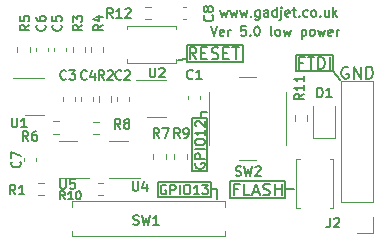
<source format=gbr>
%TF.GenerationSoftware,KiCad,Pcbnew,(6.0.0)*%
%TF.CreationDate,2022-03-02T17:10:44+00:00*%
%TF.ProjectId,Window sensor V5,57696e64-6f77-4207-9365-6e736f722056,rev?*%
%TF.SameCoordinates,Original*%
%TF.FileFunction,Legend,Top*%
%TF.FilePolarity,Positive*%
%FSLAX46Y46*%
G04 Gerber Fmt 4.6, Leading zero omitted, Abs format (unit mm)*
G04 Created by KiCad (PCBNEW (6.0.0)) date 2022-03-02 17:10:44*
%MOMM*%
%LPD*%
G01*
G04 APERTURE LIST*
%ADD10C,0.150000*%
%ADD11C,0.120000*%
G04 APERTURE END LIST*
D10*
X135356600Y-73482200D02*
X135763000Y-73482200D01*
X128549400Y-84886800D02*
X128549400Y-83667600D01*
X132207000Y-77698600D02*
X132740400Y-77698600D01*
X134645400Y-84988400D02*
X134645400Y-83540600D01*
X131495800Y-82702400D02*
X131495800Y-78206600D01*
X128600200Y-83667600D02*
X133070600Y-83667600D01*
X140284200Y-72872600D02*
X143357600Y-72872600D01*
X133070600Y-83667600D02*
X133070600Y-84886800D01*
X139319000Y-83540600D02*
X139319000Y-84988400D01*
X130251200Y-73329800D02*
X131038600Y-73228200D01*
X131038600Y-72034400D02*
X131038600Y-73482200D01*
X143357600Y-74295000D02*
X140284200Y-74295000D01*
X132207000Y-78193900D02*
X132207000Y-77698600D01*
X143357600Y-74295000D02*
X143967200Y-75031600D01*
X143357600Y-72872600D02*
X143357600Y-74295000D01*
X131038600Y-73482200D02*
X135356600Y-73482200D01*
X139319000Y-84226400D02*
X140106400Y-84226400D01*
X133578600Y-84277200D02*
X133578600Y-85090000D01*
X139319000Y-84988400D02*
X134645400Y-84988400D01*
X133096000Y-84277200D02*
X133578600Y-84277200D01*
X132715000Y-82702400D02*
X132715000Y-78257400D01*
X133070600Y-84886800D02*
X128549400Y-84886800D01*
X135763000Y-73482200D02*
X135763000Y-72034400D01*
X140284200Y-74295000D02*
X140284200Y-72872600D01*
X131495800Y-78206600D02*
X132715000Y-78206600D01*
X131495800Y-82702400D02*
X132715000Y-82702400D01*
X134645400Y-83540600D02*
X139319000Y-83540600D01*
X135763000Y-72034400D02*
X131038600Y-72034400D01*
X131756200Y-82054504D02*
X131718104Y-82130695D01*
X131718104Y-82244980D01*
X131756200Y-82359266D01*
X131832390Y-82435457D01*
X131908580Y-82473552D01*
X132060961Y-82511647D01*
X132175247Y-82511647D01*
X132327628Y-82473552D01*
X132403819Y-82435457D01*
X132480009Y-82359266D01*
X132518104Y-82244980D01*
X132518104Y-82168790D01*
X132480009Y-82054504D01*
X132441914Y-82016409D01*
X132175247Y-82016409D01*
X132175247Y-82168790D01*
X132518104Y-81673552D02*
X131718104Y-81673552D01*
X131718104Y-81368790D01*
X131756200Y-81292600D01*
X131794295Y-81254504D01*
X131870485Y-81216409D01*
X131984771Y-81216409D01*
X132060961Y-81254504D01*
X132099057Y-81292600D01*
X132137152Y-81368790D01*
X132137152Y-81673552D01*
X132518104Y-80873552D02*
X131718104Y-80873552D01*
X131718104Y-80340219D02*
X131718104Y-80187838D01*
X131756200Y-80111647D01*
X131832390Y-80035457D01*
X131984771Y-79997361D01*
X132251438Y-79997361D01*
X132403819Y-80035457D01*
X132480009Y-80111647D01*
X132518104Y-80187838D01*
X132518104Y-80340219D01*
X132480009Y-80416409D01*
X132403819Y-80492600D01*
X132251438Y-80530695D01*
X131984771Y-80530695D01*
X131832390Y-80492600D01*
X131756200Y-80416409D01*
X131718104Y-80340219D01*
X132518104Y-79235457D02*
X132518104Y-79692600D01*
X132518104Y-79464028D02*
X131718104Y-79464028D01*
X131832390Y-79540219D01*
X131908580Y-79616409D01*
X131946676Y-79692600D01*
X131794295Y-78930695D02*
X131756200Y-78892600D01*
X131718104Y-78816409D01*
X131718104Y-78625933D01*
X131756200Y-78549742D01*
X131794295Y-78511647D01*
X131870485Y-78473552D01*
X131946676Y-78473552D01*
X132060961Y-78511647D01*
X132518104Y-78968790D01*
X132518104Y-78473552D01*
X140857409Y-73563171D02*
X140524076Y-73563171D01*
X140524076Y-74086980D02*
X140524076Y-73086980D01*
X141000266Y-73086980D01*
X141238361Y-73086980D02*
X141809790Y-73086980D01*
X141524076Y-74086980D02*
X141524076Y-73086980D01*
X142143123Y-74086980D02*
X142143123Y-73086980D01*
X142381219Y-73086980D01*
X142524076Y-73134600D01*
X142619314Y-73229838D01*
X142666933Y-73325076D01*
X142714552Y-73515552D01*
X142714552Y-73658409D01*
X142666933Y-73848885D01*
X142619314Y-73944123D01*
X142524076Y-74039361D01*
X142381219Y-74086980D01*
X142143123Y-74086980D01*
X143143123Y-74086980D02*
X143143123Y-73086980D01*
X133033180Y-70478704D02*
X133299847Y-71278704D01*
X133566514Y-70478704D01*
X134137942Y-71240609D02*
X134061752Y-71278704D01*
X133909371Y-71278704D01*
X133833180Y-71240609D01*
X133795085Y-71164419D01*
X133795085Y-70859657D01*
X133833180Y-70783466D01*
X133909371Y-70745371D01*
X134061752Y-70745371D01*
X134137942Y-70783466D01*
X134176038Y-70859657D01*
X134176038Y-70935847D01*
X133795085Y-71012038D01*
X134518895Y-71278704D02*
X134518895Y-70745371D01*
X134518895Y-70897752D02*
X134556990Y-70821561D01*
X134595085Y-70783466D01*
X134671276Y-70745371D01*
X134747466Y-70745371D01*
X136004609Y-70478704D02*
X135623657Y-70478704D01*
X135585561Y-70859657D01*
X135623657Y-70821561D01*
X135699847Y-70783466D01*
X135890323Y-70783466D01*
X135966514Y-70821561D01*
X136004609Y-70859657D01*
X136042704Y-70935847D01*
X136042704Y-71126323D01*
X136004609Y-71202514D01*
X135966514Y-71240609D01*
X135890323Y-71278704D01*
X135699847Y-71278704D01*
X135623657Y-71240609D01*
X135585561Y-71202514D01*
X136385561Y-71202514D02*
X136423657Y-71240609D01*
X136385561Y-71278704D01*
X136347466Y-71240609D01*
X136385561Y-71202514D01*
X136385561Y-71278704D01*
X136918895Y-70478704D02*
X136995085Y-70478704D01*
X137071276Y-70516800D01*
X137109371Y-70554895D01*
X137147466Y-70631085D01*
X137185561Y-70783466D01*
X137185561Y-70973942D01*
X137147466Y-71126323D01*
X137109371Y-71202514D01*
X137071276Y-71240609D01*
X136995085Y-71278704D01*
X136918895Y-71278704D01*
X136842704Y-71240609D01*
X136804609Y-71202514D01*
X136766514Y-71126323D01*
X136728419Y-70973942D01*
X136728419Y-70783466D01*
X136766514Y-70631085D01*
X136804609Y-70554895D01*
X136842704Y-70516800D01*
X136918895Y-70478704D01*
X138252228Y-71278704D02*
X138176038Y-71240609D01*
X138137942Y-71164419D01*
X138137942Y-70478704D01*
X138671276Y-71278704D02*
X138595085Y-71240609D01*
X138556990Y-71202514D01*
X138518895Y-71126323D01*
X138518895Y-70897752D01*
X138556990Y-70821561D01*
X138595085Y-70783466D01*
X138671276Y-70745371D01*
X138785561Y-70745371D01*
X138861752Y-70783466D01*
X138899847Y-70821561D01*
X138937942Y-70897752D01*
X138937942Y-71126323D01*
X138899847Y-71202514D01*
X138861752Y-71240609D01*
X138785561Y-71278704D01*
X138671276Y-71278704D01*
X139204609Y-70745371D02*
X139356990Y-71278704D01*
X139509371Y-70897752D01*
X139661752Y-71278704D01*
X139814133Y-70745371D01*
X140728419Y-70745371D02*
X140728419Y-71545371D01*
X140728419Y-70783466D02*
X140804609Y-70745371D01*
X140956990Y-70745371D01*
X141033180Y-70783466D01*
X141071276Y-70821561D01*
X141109371Y-70897752D01*
X141109371Y-71126323D01*
X141071276Y-71202514D01*
X141033180Y-71240609D01*
X140956990Y-71278704D01*
X140804609Y-71278704D01*
X140728419Y-71240609D01*
X141566514Y-71278704D02*
X141490323Y-71240609D01*
X141452228Y-71202514D01*
X141414133Y-71126323D01*
X141414133Y-70897752D01*
X141452228Y-70821561D01*
X141490323Y-70783466D01*
X141566514Y-70745371D01*
X141680800Y-70745371D01*
X141756990Y-70783466D01*
X141795085Y-70821561D01*
X141833180Y-70897752D01*
X141833180Y-71126323D01*
X141795085Y-71202514D01*
X141756990Y-71240609D01*
X141680800Y-71278704D01*
X141566514Y-71278704D01*
X142099847Y-70745371D02*
X142252228Y-71278704D01*
X142404609Y-70897752D01*
X142556990Y-71278704D01*
X142709371Y-70745371D01*
X143318895Y-71240609D02*
X143242704Y-71278704D01*
X143090323Y-71278704D01*
X143014133Y-71240609D01*
X142976038Y-71164419D01*
X142976038Y-70859657D01*
X143014133Y-70783466D01*
X143090323Y-70745371D01*
X143242704Y-70745371D01*
X143318895Y-70783466D01*
X143356990Y-70859657D01*
X143356990Y-70935847D01*
X142976038Y-71012038D01*
X143699847Y-71278704D02*
X143699847Y-70745371D01*
X143699847Y-70897752D02*
X143737942Y-70821561D01*
X143776038Y-70783466D01*
X143852228Y-70745371D01*
X143928419Y-70745371D01*
X144678495Y-73947400D02*
X144583257Y-73899780D01*
X144440400Y-73899780D01*
X144297542Y-73947400D01*
X144202304Y-74042638D01*
X144154685Y-74137876D01*
X144107066Y-74328352D01*
X144107066Y-74471209D01*
X144154685Y-74661685D01*
X144202304Y-74756923D01*
X144297542Y-74852161D01*
X144440400Y-74899780D01*
X144535638Y-74899780D01*
X144678495Y-74852161D01*
X144726114Y-74804542D01*
X144726114Y-74471209D01*
X144535638Y-74471209D01*
X145154685Y-74899780D02*
X145154685Y-73899780D01*
X145726114Y-74899780D01*
X145726114Y-73899780D01*
X146202304Y-74899780D02*
X146202304Y-73899780D01*
X146440400Y-73899780D01*
X146583257Y-73947400D01*
X146678495Y-74042638D01*
X146726114Y-74137876D01*
X146773733Y-74328352D01*
X146773733Y-74471209D01*
X146726114Y-74661685D01*
X146678495Y-74756923D01*
X146583257Y-74852161D01*
X146440400Y-74899780D01*
X146202304Y-74899780D01*
X133858619Y-69119771D02*
X134011000Y-69653104D01*
X134163380Y-69272152D01*
X134315761Y-69653104D01*
X134468142Y-69119771D01*
X134696714Y-69119771D02*
X134849095Y-69653104D01*
X135001476Y-69272152D01*
X135153857Y-69653104D01*
X135306238Y-69119771D01*
X135534809Y-69119771D02*
X135687190Y-69653104D01*
X135839571Y-69272152D01*
X135991952Y-69653104D01*
X136144333Y-69119771D01*
X136449095Y-69576914D02*
X136487190Y-69615009D01*
X136449095Y-69653104D01*
X136411000Y-69615009D01*
X136449095Y-69576914D01*
X136449095Y-69653104D01*
X137172904Y-69119771D02*
X137172904Y-69767390D01*
X137134809Y-69843580D01*
X137096714Y-69881676D01*
X137020523Y-69919771D01*
X136906238Y-69919771D01*
X136830047Y-69881676D01*
X137172904Y-69615009D02*
X137096714Y-69653104D01*
X136944333Y-69653104D01*
X136868142Y-69615009D01*
X136830047Y-69576914D01*
X136791952Y-69500723D01*
X136791952Y-69272152D01*
X136830047Y-69195961D01*
X136868142Y-69157866D01*
X136944333Y-69119771D01*
X137096714Y-69119771D01*
X137172904Y-69157866D01*
X137896714Y-69653104D02*
X137896714Y-69234057D01*
X137858619Y-69157866D01*
X137782428Y-69119771D01*
X137630047Y-69119771D01*
X137553857Y-69157866D01*
X137896714Y-69615009D02*
X137820523Y-69653104D01*
X137630047Y-69653104D01*
X137553857Y-69615009D01*
X137515761Y-69538819D01*
X137515761Y-69462628D01*
X137553857Y-69386438D01*
X137630047Y-69348342D01*
X137820523Y-69348342D01*
X137896714Y-69310247D01*
X138620523Y-69653104D02*
X138620523Y-68853104D01*
X138620523Y-69615009D02*
X138544333Y-69653104D01*
X138391952Y-69653104D01*
X138315761Y-69615009D01*
X138277666Y-69576914D01*
X138239571Y-69500723D01*
X138239571Y-69272152D01*
X138277666Y-69195961D01*
X138315761Y-69157866D01*
X138391952Y-69119771D01*
X138544333Y-69119771D01*
X138620523Y-69157866D01*
X139001476Y-69119771D02*
X139001476Y-69805485D01*
X138963380Y-69881676D01*
X138887190Y-69919771D01*
X138849095Y-69919771D01*
X139001476Y-68853104D02*
X138963380Y-68891200D01*
X139001476Y-68929295D01*
X139039571Y-68891200D01*
X139001476Y-68853104D01*
X139001476Y-68929295D01*
X139687190Y-69615009D02*
X139611000Y-69653104D01*
X139458619Y-69653104D01*
X139382428Y-69615009D01*
X139344333Y-69538819D01*
X139344333Y-69234057D01*
X139382428Y-69157866D01*
X139458619Y-69119771D01*
X139611000Y-69119771D01*
X139687190Y-69157866D01*
X139725285Y-69234057D01*
X139725285Y-69310247D01*
X139344333Y-69386438D01*
X139953857Y-69119771D02*
X140258619Y-69119771D01*
X140068142Y-68853104D02*
X140068142Y-69538819D01*
X140106238Y-69615009D01*
X140182428Y-69653104D01*
X140258619Y-69653104D01*
X140525285Y-69576914D02*
X140563380Y-69615009D01*
X140525285Y-69653104D01*
X140487190Y-69615009D01*
X140525285Y-69576914D01*
X140525285Y-69653104D01*
X141249095Y-69615009D02*
X141172904Y-69653104D01*
X141020523Y-69653104D01*
X140944333Y-69615009D01*
X140906238Y-69576914D01*
X140868142Y-69500723D01*
X140868142Y-69272152D01*
X140906238Y-69195961D01*
X140944333Y-69157866D01*
X141020523Y-69119771D01*
X141172904Y-69119771D01*
X141249095Y-69157866D01*
X141706238Y-69653104D02*
X141630047Y-69615009D01*
X141591952Y-69576914D01*
X141553857Y-69500723D01*
X141553857Y-69272152D01*
X141591952Y-69195961D01*
X141630047Y-69157866D01*
X141706238Y-69119771D01*
X141820523Y-69119771D01*
X141896714Y-69157866D01*
X141934809Y-69195961D01*
X141972904Y-69272152D01*
X141972904Y-69500723D01*
X141934809Y-69576914D01*
X141896714Y-69615009D01*
X141820523Y-69653104D01*
X141706238Y-69653104D01*
X142315761Y-69576914D02*
X142353857Y-69615009D01*
X142315761Y-69653104D01*
X142277666Y-69615009D01*
X142315761Y-69576914D01*
X142315761Y-69653104D01*
X143039571Y-69119771D02*
X143039571Y-69653104D01*
X142696714Y-69119771D02*
X142696714Y-69538819D01*
X142734809Y-69615009D01*
X142811000Y-69653104D01*
X142925285Y-69653104D01*
X143001476Y-69615009D01*
X143039571Y-69576914D01*
X143420523Y-69653104D02*
X143420523Y-68853104D01*
X143496714Y-69348342D02*
X143725285Y-69653104D01*
X143725285Y-69119771D02*
X143420523Y-69424533D01*
X129248095Y-83928000D02*
X129171904Y-83889904D01*
X129057619Y-83889904D01*
X128943333Y-83928000D01*
X128867142Y-84004190D01*
X128829047Y-84080380D01*
X128790952Y-84232761D01*
X128790952Y-84347047D01*
X128829047Y-84499428D01*
X128867142Y-84575619D01*
X128943333Y-84651809D01*
X129057619Y-84689904D01*
X129133809Y-84689904D01*
X129248095Y-84651809D01*
X129286190Y-84613714D01*
X129286190Y-84347047D01*
X129133809Y-84347047D01*
X129629047Y-84689904D02*
X129629047Y-83889904D01*
X129933809Y-83889904D01*
X130010000Y-83928000D01*
X130048095Y-83966095D01*
X130086190Y-84042285D01*
X130086190Y-84156571D01*
X130048095Y-84232761D01*
X130010000Y-84270857D01*
X129933809Y-84308952D01*
X129629047Y-84308952D01*
X130429047Y-84689904D02*
X130429047Y-83889904D01*
X130962380Y-83889904D02*
X131114761Y-83889904D01*
X131190952Y-83928000D01*
X131267142Y-84004190D01*
X131305238Y-84156571D01*
X131305238Y-84423238D01*
X131267142Y-84575619D01*
X131190952Y-84651809D01*
X131114761Y-84689904D01*
X130962380Y-84689904D01*
X130886190Y-84651809D01*
X130810000Y-84575619D01*
X130771904Y-84423238D01*
X130771904Y-84156571D01*
X130810000Y-84004190D01*
X130886190Y-83928000D01*
X130962380Y-83889904D01*
X132067142Y-84689904D02*
X131610000Y-84689904D01*
X131838571Y-84689904D02*
X131838571Y-83889904D01*
X131762380Y-84004190D01*
X131686190Y-84080380D01*
X131610000Y-84118476D01*
X132333809Y-83889904D02*
X132829047Y-83889904D01*
X132562380Y-84194666D01*
X132676666Y-84194666D01*
X132752857Y-84232761D01*
X132790952Y-84270857D01*
X132829047Y-84347047D01*
X132829047Y-84537523D01*
X132790952Y-84613714D01*
X132752857Y-84651809D01*
X132676666Y-84689904D01*
X132448095Y-84689904D01*
X132371904Y-84651809D01*
X132333809Y-84613714D01*
%TO.C,R5*%
X117684504Y-70338933D02*
X117303552Y-70605600D01*
X117684504Y-70796076D02*
X116884504Y-70796076D01*
X116884504Y-70491314D01*
X116922600Y-70415123D01*
X116960695Y-70377028D01*
X117036885Y-70338933D01*
X117151171Y-70338933D01*
X117227361Y-70377028D01*
X117265457Y-70415123D01*
X117303552Y-70491314D01*
X117303552Y-70796076D01*
X116884504Y-69615123D02*
X116884504Y-69996076D01*
X117265457Y-70034171D01*
X117227361Y-69996076D01*
X117189266Y-69919885D01*
X117189266Y-69729409D01*
X117227361Y-69653219D01*
X117265457Y-69615123D01*
X117341647Y-69577028D01*
X117532123Y-69577028D01*
X117608314Y-69615123D01*
X117646409Y-69653219D01*
X117684504Y-69729409D01*
X117684504Y-69919885D01*
X117646409Y-69996076D01*
X117608314Y-70034171D01*
%TO.C,R9*%
X130422666Y-79914704D02*
X130156000Y-79533752D01*
X129965523Y-79914704D02*
X129965523Y-79114704D01*
X130270285Y-79114704D01*
X130346476Y-79152800D01*
X130384571Y-79190895D01*
X130422666Y-79267085D01*
X130422666Y-79381371D01*
X130384571Y-79457561D01*
X130346476Y-79495657D01*
X130270285Y-79533752D01*
X129965523Y-79533752D01*
X130803619Y-79914704D02*
X130956000Y-79914704D01*
X131032190Y-79876609D01*
X131070285Y-79838514D01*
X131146476Y-79724228D01*
X131184571Y-79571847D01*
X131184571Y-79267085D01*
X131146476Y-79190895D01*
X131108380Y-79152800D01*
X131032190Y-79114704D01*
X130879809Y-79114704D01*
X130803619Y-79152800D01*
X130765523Y-79190895D01*
X130727428Y-79267085D01*
X130727428Y-79457561D01*
X130765523Y-79533752D01*
X130803619Y-79571847D01*
X130879809Y-79609942D01*
X131032190Y-79609942D01*
X131108380Y-79571847D01*
X131146476Y-79533752D01*
X131184571Y-79457561D01*
%TO.C,R8*%
X125393466Y-79127304D02*
X125126800Y-78746352D01*
X124936323Y-79127304D02*
X124936323Y-78327304D01*
X125241085Y-78327304D01*
X125317276Y-78365400D01*
X125355371Y-78403495D01*
X125393466Y-78479685D01*
X125393466Y-78593971D01*
X125355371Y-78670161D01*
X125317276Y-78708257D01*
X125241085Y-78746352D01*
X124936323Y-78746352D01*
X125850609Y-78670161D02*
X125774419Y-78632066D01*
X125736323Y-78593971D01*
X125698228Y-78517780D01*
X125698228Y-78479685D01*
X125736323Y-78403495D01*
X125774419Y-78365400D01*
X125850609Y-78327304D01*
X126002990Y-78327304D01*
X126079180Y-78365400D01*
X126117276Y-78403495D01*
X126155371Y-78479685D01*
X126155371Y-78517780D01*
X126117276Y-78593971D01*
X126079180Y-78632066D01*
X126002990Y-78670161D01*
X125850609Y-78670161D01*
X125774419Y-78708257D01*
X125736323Y-78746352D01*
X125698228Y-78822542D01*
X125698228Y-78974923D01*
X125736323Y-79051114D01*
X125774419Y-79089209D01*
X125850609Y-79127304D01*
X126002990Y-79127304D01*
X126079180Y-79089209D01*
X126117276Y-79051114D01*
X126155371Y-78974923D01*
X126155371Y-78822542D01*
X126117276Y-78746352D01*
X126079180Y-78708257D01*
X126002990Y-78670161D01*
%TO.C,SW2*%
X135153533Y-83077009D02*
X135267819Y-83115104D01*
X135458295Y-83115104D01*
X135534485Y-83077009D01*
X135572580Y-83038914D01*
X135610676Y-82962723D01*
X135610676Y-82886533D01*
X135572580Y-82810342D01*
X135534485Y-82772247D01*
X135458295Y-82734152D01*
X135305914Y-82696057D01*
X135229723Y-82657961D01*
X135191628Y-82619866D01*
X135153533Y-82543676D01*
X135153533Y-82467485D01*
X135191628Y-82391295D01*
X135229723Y-82353200D01*
X135305914Y-82315104D01*
X135496390Y-82315104D01*
X135610676Y-82353200D01*
X135877342Y-82315104D02*
X136067819Y-83115104D01*
X136220200Y-82543676D01*
X136372580Y-83115104D01*
X136563057Y-82315104D01*
X136829723Y-82391295D02*
X136867819Y-82353200D01*
X136944009Y-82315104D01*
X137134485Y-82315104D01*
X137210676Y-82353200D01*
X137248771Y-82391295D01*
X137286866Y-82467485D01*
X137286866Y-82543676D01*
X137248771Y-82657961D01*
X136791628Y-83115104D01*
X137286866Y-83115104D01*
%TO.C,D1*%
X142055923Y-76460304D02*
X142055923Y-75660304D01*
X142246400Y-75660304D01*
X142360685Y-75698400D01*
X142436876Y-75774590D01*
X142474971Y-75850780D01*
X142513066Y-76003161D01*
X142513066Y-76117447D01*
X142474971Y-76269828D01*
X142436876Y-76346019D01*
X142360685Y-76422209D01*
X142246400Y-76460304D01*
X142055923Y-76460304D01*
X143274971Y-76460304D02*
X142817828Y-76460304D01*
X143046400Y-76460304D02*
X143046400Y-75660304D01*
X142970209Y-75774590D01*
X142894019Y-75850780D01*
X142817828Y-75888876D01*
%TO.C,RESET*%
X131821419Y-73248780D02*
X131488085Y-72772590D01*
X131249990Y-73248780D02*
X131249990Y-72248780D01*
X131630942Y-72248780D01*
X131726180Y-72296400D01*
X131773800Y-72344019D01*
X131821419Y-72439257D01*
X131821419Y-72582114D01*
X131773800Y-72677352D01*
X131726180Y-72724971D01*
X131630942Y-72772590D01*
X131249990Y-72772590D01*
X132249990Y-72724971D02*
X132583323Y-72724971D01*
X132726180Y-73248780D02*
X132249990Y-73248780D01*
X132249990Y-72248780D01*
X132726180Y-72248780D01*
X133107133Y-73201161D02*
X133249990Y-73248780D01*
X133488085Y-73248780D01*
X133583323Y-73201161D01*
X133630942Y-73153542D01*
X133678561Y-73058304D01*
X133678561Y-72963066D01*
X133630942Y-72867828D01*
X133583323Y-72820209D01*
X133488085Y-72772590D01*
X133297609Y-72724971D01*
X133202371Y-72677352D01*
X133154752Y-72629733D01*
X133107133Y-72534495D01*
X133107133Y-72439257D01*
X133154752Y-72344019D01*
X133202371Y-72296400D01*
X133297609Y-72248780D01*
X133535704Y-72248780D01*
X133678561Y-72296400D01*
X134107133Y-72724971D02*
X134440466Y-72724971D01*
X134583323Y-73248780D02*
X134107133Y-73248780D01*
X134107133Y-72248780D01*
X134583323Y-72248780D01*
X134869038Y-72248780D02*
X135440466Y-72248780D01*
X135154752Y-73248780D02*
X135154752Y-72248780D01*
%TO.C,R6*%
X117595666Y-80168704D02*
X117329000Y-79787752D01*
X117138523Y-80168704D02*
X117138523Y-79368704D01*
X117443285Y-79368704D01*
X117519476Y-79406800D01*
X117557571Y-79444895D01*
X117595666Y-79521085D01*
X117595666Y-79635371D01*
X117557571Y-79711561D01*
X117519476Y-79749657D01*
X117443285Y-79787752D01*
X117138523Y-79787752D01*
X118281380Y-79368704D02*
X118129000Y-79368704D01*
X118052809Y-79406800D01*
X118014714Y-79444895D01*
X117938523Y-79559180D01*
X117900428Y-79711561D01*
X117900428Y-80016323D01*
X117938523Y-80092514D01*
X117976619Y-80130609D01*
X118052809Y-80168704D01*
X118205190Y-80168704D01*
X118281380Y-80130609D01*
X118319476Y-80092514D01*
X118357571Y-80016323D01*
X118357571Y-79825847D01*
X118319476Y-79749657D01*
X118281380Y-79711561D01*
X118205190Y-79673466D01*
X118052809Y-79673466D01*
X117976619Y-79711561D01*
X117938523Y-79749657D01*
X117900428Y-79825847D01*
%TO.C,U5*%
X120294476Y-83432704D02*
X120294476Y-84080323D01*
X120332571Y-84156514D01*
X120370666Y-84194609D01*
X120446857Y-84232704D01*
X120599238Y-84232704D01*
X120675428Y-84194609D01*
X120713523Y-84156514D01*
X120751619Y-84080323D01*
X120751619Y-83432704D01*
X121513523Y-83432704D02*
X121132571Y-83432704D01*
X121094476Y-83813657D01*
X121132571Y-83775561D01*
X121208761Y-83737466D01*
X121399238Y-83737466D01*
X121475428Y-83775561D01*
X121513523Y-83813657D01*
X121551619Y-83889847D01*
X121551619Y-84080323D01*
X121513523Y-84156514D01*
X121475428Y-84194609D01*
X121399238Y-84232704D01*
X121208761Y-84232704D01*
X121132571Y-84194609D01*
X121094476Y-84156514D01*
%TO.C,SW1*%
X126491133Y-87242609D02*
X126605419Y-87280704D01*
X126795895Y-87280704D01*
X126872085Y-87242609D01*
X126910180Y-87204514D01*
X126948276Y-87128323D01*
X126948276Y-87052133D01*
X126910180Y-86975942D01*
X126872085Y-86937847D01*
X126795895Y-86899752D01*
X126643514Y-86861657D01*
X126567323Y-86823561D01*
X126529228Y-86785466D01*
X126491133Y-86709276D01*
X126491133Y-86633085D01*
X126529228Y-86556895D01*
X126567323Y-86518800D01*
X126643514Y-86480704D01*
X126833990Y-86480704D01*
X126948276Y-86518800D01*
X127214942Y-86480704D02*
X127405419Y-87280704D01*
X127557800Y-86709276D01*
X127710180Y-87280704D01*
X127900657Y-86480704D01*
X128624466Y-87280704D02*
X128167323Y-87280704D01*
X128395895Y-87280704D02*
X128395895Y-86480704D01*
X128319704Y-86594990D01*
X128243514Y-86671180D01*
X128167323Y-86709276D01*
%TO.C,C3*%
X120796066Y-74910914D02*
X120757971Y-74949009D01*
X120643685Y-74987104D01*
X120567495Y-74987104D01*
X120453209Y-74949009D01*
X120377019Y-74872819D01*
X120338923Y-74796628D01*
X120300828Y-74644247D01*
X120300828Y-74529961D01*
X120338923Y-74377580D01*
X120377019Y-74301390D01*
X120453209Y-74225200D01*
X120567495Y-74187104D01*
X120643685Y-74187104D01*
X120757971Y-74225200D01*
X120796066Y-74263295D01*
X121062733Y-74187104D02*
X121557971Y-74187104D01*
X121291304Y-74491866D01*
X121405590Y-74491866D01*
X121481780Y-74529961D01*
X121519876Y-74568057D01*
X121557971Y-74644247D01*
X121557971Y-74834723D01*
X121519876Y-74910914D01*
X121481780Y-74949009D01*
X121405590Y-74987104D01*
X121177019Y-74987104D01*
X121100828Y-74949009D01*
X121062733Y-74910914D01*
%TO.C,R2*%
X124021866Y-74987104D02*
X123755200Y-74606152D01*
X123564723Y-74987104D02*
X123564723Y-74187104D01*
X123869485Y-74187104D01*
X123945676Y-74225200D01*
X123983771Y-74263295D01*
X124021866Y-74339485D01*
X124021866Y-74453771D01*
X123983771Y-74529961D01*
X123945676Y-74568057D01*
X123869485Y-74606152D01*
X123564723Y-74606152D01*
X124326628Y-74263295D02*
X124364723Y-74225200D01*
X124440914Y-74187104D01*
X124631390Y-74187104D01*
X124707580Y-74225200D01*
X124745676Y-74263295D01*
X124783771Y-74339485D01*
X124783771Y-74415676D01*
X124745676Y-74529961D01*
X124288533Y-74987104D01*
X124783771Y-74987104D01*
%TO.C,R4*%
X123882104Y-70338933D02*
X123501152Y-70605600D01*
X123882104Y-70796076D02*
X123082104Y-70796076D01*
X123082104Y-70491314D01*
X123120200Y-70415123D01*
X123158295Y-70377028D01*
X123234485Y-70338933D01*
X123348771Y-70338933D01*
X123424961Y-70377028D01*
X123463057Y-70415123D01*
X123501152Y-70491314D01*
X123501152Y-70796076D01*
X123348771Y-69653219D02*
X123882104Y-69653219D01*
X123044009Y-69843695D02*
X123615438Y-70034171D01*
X123615438Y-69538933D01*
%TO.C,R7*%
X128670066Y-79914704D02*
X128403400Y-79533752D01*
X128212923Y-79914704D02*
X128212923Y-79114704D01*
X128517685Y-79114704D01*
X128593876Y-79152800D01*
X128631971Y-79190895D01*
X128670066Y-79267085D01*
X128670066Y-79381371D01*
X128631971Y-79457561D01*
X128593876Y-79495657D01*
X128517685Y-79533752D01*
X128212923Y-79533752D01*
X128936733Y-79114704D02*
X129470066Y-79114704D01*
X129127209Y-79914704D01*
%TO.C,U2*%
X127889076Y-73983904D02*
X127889076Y-74631523D01*
X127927171Y-74707714D01*
X127965266Y-74745809D01*
X128041457Y-74783904D01*
X128193838Y-74783904D01*
X128270028Y-74745809D01*
X128308123Y-74707714D01*
X128346219Y-74631523D01*
X128346219Y-73983904D01*
X128689076Y-74060095D02*
X128727171Y-74022000D01*
X128803361Y-73983904D01*
X128993838Y-73983904D01*
X129070028Y-74022000D01*
X129108123Y-74060095D01*
X129146219Y-74136285D01*
X129146219Y-74212476D01*
X129108123Y-74326761D01*
X128650980Y-74783904D01*
X129146219Y-74783904D01*
%TO.C,J2*%
X143141733Y-86683904D02*
X143141733Y-87255333D01*
X143103638Y-87369619D01*
X143027447Y-87445809D01*
X142913161Y-87483904D01*
X142836971Y-87483904D01*
X143484590Y-86760095D02*
X143522685Y-86722000D01*
X143598876Y-86683904D01*
X143789352Y-86683904D01*
X143865542Y-86722000D01*
X143903638Y-86760095D01*
X143941733Y-86836285D01*
X143941733Y-86912476D01*
X143903638Y-87026761D01*
X143446495Y-87483904D01*
X143941733Y-87483904D01*
%TO.C,C1*%
X131514866Y-74860114D02*
X131476771Y-74898209D01*
X131362485Y-74936304D01*
X131286295Y-74936304D01*
X131172009Y-74898209D01*
X131095819Y-74822019D01*
X131057723Y-74745828D01*
X131019628Y-74593447D01*
X131019628Y-74479161D01*
X131057723Y-74326780D01*
X131095819Y-74250590D01*
X131172009Y-74174400D01*
X131286295Y-74136304D01*
X131362485Y-74136304D01*
X131476771Y-74174400D01*
X131514866Y-74212495D01*
X132276771Y-74936304D02*
X131819628Y-74936304D01*
X132048200Y-74936304D02*
X132048200Y-74136304D01*
X131972009Y-74250590D01*
X131895819Y-74326780D01*
X131819628Y-74364876D01*
%TO.C,FLASH*%
X135342523Y-84256571D02*
X135009190Y-84256571D01*
X135009190Y-84780380D02*
X135009190Y-83780380D01*
X135485380Y-83780380D01*
X136342523Y-84780380D02*
X135866333Y-84780380D01*
X135866333Y-83780380D01*
X136628238Y-84494666D02*
X137104428Y-84494666D01*
X136533000Y-84780380D02*
X136866333Y-83780380D01*
X137199666Y-84780380D01*
X137485380Y-84732761D02*
X137628238Y-84780380D01*
X137866333Y-84780380D01*
X137961571Y-84732761D01*
X138009190Y-84685142D01*
X138056809Y-84589904D01*
X138056809Y-84494666D01*
X138009190Y-84399428D01*
X137961571Y-84351809D01*
X137866333Y-84304190D01*
X137675857Y-84256571D01*
X137580619Y-84208952D01*
X137533000Y-84161333D01*
X137485380Y-84066095D01*
X137485380Y-83970857D01*
X137533000Y-83875619D01*
X137580619Y-83828000D01*
X137675857Y-83780380D01*
X137913952Y-83780380D01*
X138056809Y-83828000D01*
X138485380Y-84780380D02*
X138485380Y-83780380D01*
X138485380Y-84256571D02*
X139056809Y-84256571D01*
X139056809Y-84780380D02*
X139056809Y-83780380D01*
%TO.C,U1*%
X116205076Y-78225704D02*
X116205076Y-78873323D01*
X116243171Y-78949514D01*
X116281266Y-78987609D01*
X116357457Y-79025704D01*
X116509838Y-79025704D01*
X116586028Y-78987609D01*
X116624123Y-78949514D01*
X116662219Y-78873323D01*
X116662219Y-78225704D01*
X117462219Y-79025704D02*
X117005076Y-79025704D01*
X117233647Y-79025704D02*
X117233647Y-78225704D01*
X117157457Y-78339990D01*
X117081266Y-78416180D01*
X117005076Y-78454276D01*
%TO.C,R3*%
X122173954Y-70338933D02*
X121793002Y-70605600D01*
X122173954Y-70796076D02*
X121373954Y-70796076D01*
X121373954Y-70491314D01*
X121412050Y-70415123D01*
X121450145Y-70377028D01*
X121526335Y-70338933D01*
X121640621Y-70338933D01*
X121716811Y-70377028D01*
X121754907Y-70415123D01*
X121793002Y-70491314D01*
X121793002Y-70796076D01*
X121373954Y-70072266D02*
X121373954Y-69577028D01*
X121678716Y-69843695D01*
X121678716Y-69729409D01*
X121716811Y-69653219D01*
X121754907Y-69615123D01*
X121831097Y-69577028D01*
X122021573Y-69577028D01*
X122097764Y-69615123D01*
X122135859Y-69653219D01*
X122173954Y-69729409D01*
X122173954Y-69957980D01*
X122135859Y-70034171D01*
X122097764Y-70072266D01*
%TO.C,C2*%
X125469666Y-74910914D02*
X125431571Y-74949009D01*
X125317285Y-74987104D01*
X125241095Y-74987104D01*
X125126809Y-74949009D01*
X125050619Y-74872819D01*
X125012523Y-74796628D01*
X124974428Y-74644247D01*
X124974428Y-74529961D01*
X125012523Y-74377580D01*
X125050619Y-74301390D01*
X125126809Y-74225200D01*
X125241095Y-74187104D01*
X125317285Y-74187104D01*
X125431571Y-74225200D01*
X125469666Y-74263295D01*
X125774428Y-74263295D02*
X125812523Y-74225200D01*
X125888714Y-74187104D01*
X126079190Y-74187104D01*
X126155380Y-74225200D01*
X126193476Y-74263295D01*
X126231571Y-74339485D01*
X126231571Y-74415676D01*
X126193476Y-74529961D01*
X125736333Y-74987104D01*
X126231571Y-74987104D01*
%TO.C,C4*%
X122523266Y-74910914D02*
X122485171Y-74949009D01*
X122370885Y-74987104D01*
X122294695Y-74987104D01*
X122180409Y-74949009D01*
X122104219Y-74872819D01*
X122066123Y-74796628D01*
X122028028Y-74644247D01*
X122028028Y-74529961D01*
X122066123Y-74377580D01*
X122104219Y-74301390D01*
X122180409Y-74225200D01*
X122294695Y-74187104D01*
X122370885Y-74187104D01*
X122485171Y-74225200D01*
X122523266Y-74263295D01*
X123208980Y-74453771D02*
X123208980Y-74987104D01*
X123018504Y-74149009D02*
X122828028Y-74720438D01*
X123323266Y-74720438D01*
%TO.C,C8*%
X133153114Y-69551533D02*
X133191209Y-69589628D01*
X133229304Y-69703914D01*
X133229304Y-69780104D01*
X133191209Y-69894390D01*
X133115019Y-69970580D01*
X133038828Y-70008676D01*
X132886447Y-70046771D01*
X132772161Y-70046771D01*
X132619780Y-70008676D01*
X132543590Y-69970580D01*
X132467400Y-69894390D01*
X132429304Y-69780104D01*
X132429304Y-69703914D01*
X132467400Y-69589628D01*
X132505495Y-69551533D01*
X132772161Y-69094390D02*
X132734066Y-69170580D01*
X132695971Y-69208676D01*
X132619780Y-69246771D01*
X132581685Y-69246771D01*
X132505495Y-69208676D01*
X132467400Y-69170580D01*
X132429304Y-69094390D01*
X132429304Y-68942009D01*
X132467400Y-68865819D01*
X132505495Y-68827723D01*
X132581685Y-68789628D01*
X132619780Y-68789628D01*
X132695971Y-68827723D01*
X132734066Y-68865819D01*
X132772161Y-68942009D01*
X132772161Y-69094390D01*
X132810257Y-69170580D01*
X132848352Y-69208676D01*
X132924542Y-69246771D01*
X133076923Y-69246771D01*
X133153114Y-69208676D01*
X133191209Y-69170580D01*
X133229304Y-69094390D01*
X133229304Y-68942009D01*
X133191209Y-68865819D01*
X133153114Y-68827723D01*
X133076923Y-68789628D01*
X132924542Y-68789628D01*
X132848352Y-68827723D01*
X132810257Y-68865819D01*
X132772161Y-68942009D01*
%TO.C,R11*%
X140925504Y-76200885D02*
X140544552Y-76467552D01*
X140925504Y-76658028D02*
X140125504Y-76658028D01*
X140125504Y-76353266D01*
X140163600Y-76277076D01*
X140201695Y-76238980D01*
X140277885Y-76200885D01*
X140392171Y-76200885D01*
X140468361Y-76238980D01*
X140506457Y-76277076D01*
X140544552Y-76353266D01*
X140544552Y-76658028D01*
X140925504Y-75438980D02*
X140925504Y-75896123D01*
X140925504Y-75667552D02*
X140125504Y-75667552D01*
X140239790Y-75743742D01*
X140315980Y-75819933D01*
X140354076Y-75896123D01*
X140925504Y-74677076D02*
X140925504Y-75134219D01*
X140925504Y-74905647D02*
X140125504Y-74905647D01*
X140239790Y-74981838D01*
X140315980Y-75058028D01*
X140354076Y-75134219D01*
%TO.C,C6*%
X118986264Y-70338933D02*
X119024359Y-70377028D01*
X119062454Y-70491314D01*
X119062454Y-70567504D01*
X119024359Y-70681790D01*
X118948169Y-70757980D01*
X118871978Y-70796076D01*
X118719597Y-70834171D01*
X118605311Y-70834171D01*
X118452930Y-70796076D01*
X118376740Y-70757980D01*
X118300550Y-70681790D01*
X118262454Y-70567504D01*
X118262454Y-70491314D01*
X118300550Y-70377028D01*
X118338645Y-70338933D01*
X118262454Y-69653219D02*
X118262454Y-69805600D01*
X118300550Y-69881790D01*
X118338645Y-69919885D01*
X118452930Y-69996076D01*
X118605311Y-70034171D01*
X118910073Y-70034171D01*
X118986264Y-69996076D01*
X119024359Y-69957980D01*
X119062454Y-69881790D01*
X119062454Y-69729409D01*
X119024359Y-69653219D01*
X118986264Y-69615123D01*
X118910073Y-69577028D01*
X118719597Y-69577028D01*
X118643407Y-69615123D01*
X118605311Y-69653219D01*
X118567216Y-69729409D01*
X118567216Y-69881790D01*
X118605311Y-69957980D01*
X118643407Y-69996076D01*
X118719597Y-70034171D01*
%TO.C,R10*%
X120708000Y-85127266D02*
X120474666Y-84793933D01*
X120308000Y-85127266D02*
X120308000Y-84427266D01*
X120574666Y-84427266D01*
X120641333Y-84460600D01*
X120674666Y-84493933D01*
X120708000Y-84560600D01*
X120708000Y-84660600D01*
X120674666Y-84727266D01*
X120641333Y-84760600D01*
X120574666Y-84793933D01*
X120308000Y-84793933D01*
X121374666Y-85127266D02*
X120974666Y-85127266D01*
X121174666Y-85127266D02*
X121174666Y-84427266D01*
X121108000Y-84527266D01*
X121041333Y-84593933D01*
X120974666Y-84627266D01*
X121808000Y-84427266D02*
X121874666Y-84427266D01*
X121941333Y-84460600D01*
X121974666Y-84493933D01*
X122008000Y-84560600D01*
X122041333Y-84693933D01*
X122041333Y-84860600D01*
X122008000Y-84993933D01*
X121974666Y-85060600D01*
X121941333Y-85093933D01*
X121874666Y-85127266D01*
X121808000Y-85127266D01*
X121741333Y-85093933D01*
X121708000Y-85060600D01*
X121674666Y-84993933D01*
X121641333Y-84860600D01*
X121641333Y-84693933D01*
X121674666Y-84560600D01*
X121708000Y-84493933D01*
X121741333Y-84460600D01*
X121808000Y-84427266D01*
%TO.C,C7*%
X116871714Y-81921333D02*
X116909809Y-81959428D01*
X116947904Y-82073714D01*
X116947904Y-82149904D01*
X116909809Y-82264190D01*
X116833619Y-82340380D01*
X116757428Y-82378476D01*
X116605047Y-82416571D01*
X116490761Y-82416571D01*
X116338380Y-82378476D01*
X116262190Y-82340380D01*
X116186000Y-82264190D01*
X116147904Y-82149904D01*
X116147904Y-82073714D01*
X116186000Y-81959428D01*
X116224095Y-81921333D01*
X116147904Y-81654666D02*
X116147904Y-81121333D01*
X116947904Y-81464190D01*
%TO.C,R1*%
X116503466Y-84689904D02*
X116236800Y-84308952D01*
X116046323Y-84689904D02*
X116046323Y-83889904D01*
X116351085Y-83889904D01*
X116427276Y-83928000D01*
X116465371Y-83966095D01*
X116503466Y-84042285D01*
X116503466Y-84156571D01*
X116465371Y-84232761D01*
X116427276Y-84270857D01*
X116351085Y-84308952D01*
X116046323Y-84308952D01*
X117265371Y-84689904D02*
X116808228Y-84689904D01*
X117036800Y-84689904D02*
X117036800Y-83889904D01*
X116960609Y-84004190D01*
X116884419Y-84080380D01*
X116808228Y-84118476D01*
%TO.C,C5*%
X120351514Y-70338933D02*
X120389609Y-70377028D01*
X120427704Y-70491314D01*
X120427704Y-70567504D01*
X120389609Y-70681790D01*
X120313419Y-70757980D01*
X120237228Y-70796076D01*
X120084847Y-70834171D01*
X119970561Y-70834171D01*
X119818180Y-70796076D01*
X119741990Y-70757980D01*
X119665800Y-70681790D01*
X119627704Y-70567504D01*
X119627704Y-70491314D01*
X119665800Y-70377028D01*
X119703895Y-70338933D01*
X119627704Y-69615123D02*
X119627704Y-69996076D01*
X120008657Y-70034171D01*
X119970561Y-69996076D01*
X119932466Y-69919885D01*
X119932466Y-69729409D01*
X119970561Y-69653219D01*
X120008657Y-69615123D01*
X120084847Y-69577028D01*
X120275323Y-69577028D01*
X120351514Y-69615123D01*
X120389609Y-69653219D01*
X120427704Y-69729409D01*
X120427704Y-69919885D01*
X120389609Y-69996076D01*
X120351514Y-70034171D01*
%TO.C,U4*%
X126441276Y-83585104D02*
X126441276Y-84232723D01*
X126479371Y-84308914D01*
X126517466Y-84347009D01*
X126593657Y-84385104D01*
X126746038Y-84385104D01*
X126822228Y-84347009D01*
X126860323Y-84308914D01*
X126898419Y-84232723D01*
X126898419Y-83585104D01*
X127622228Y-83851771D02*
X127622228Y-84385104D01*
X127431752Y-83547009D02*
X127241276Y-84118438D01*
X127736514Y-84118438D01*
%TO.C,R12*%
X124733114Y-69754704D02*
X124466447Y-69373752D01*
X124275971Y-69754704D02*
X124275971Y-68954704D01*
X124580733Y-68954704D01*
X124656923Y-68992800D01*
X124695019Y-69030895D01*
X124733114Y-69107085D01*
X124733114Y-69221371D01*
X124695019Y-69297561D01*
X124656923Y-69335657D01*
X124580733Y-69373752D01*
X124275971Y-69373752D01*
X125495019Y-69754704D02*
X125037876Y-69754704D01*
X125266447Y-69754704D02*
X125266447Y-68954704D01*
X125190257Y-69068990D01*
X125114066Y-69145180D01*
X125037876Y-69183276D01*
X125799780Y-69030895D02*
X125837876Y-68992800D01*
X125914066Y-68954704D01*
X126104542Y-68954704D01*
X126180733Y-68992800D01*
X126218828Y-69030895D01*
X126256923Y-69107085D01*
X126256923Y-69183276D01*
X126218828Y-69297561D01*
X125761685Y-69754704D01*
X126256923Y-69754704D01*
D11*
%TO.C,R5*%
X116673100Y-72203542D02*
X116673100Y-72678058D01*
X117718100Y-72203542D02*
X117718100Y-72678058D01*
%TO.C,R9*%
X129957300Y-81745858D02*
X129957300Y-81271342D01*
X131002300Y-81745858D02*
X131002300Y-81271342D01*
%TO.C,R8*%
X123554258Y-79592700D02*
X123079742Y-79592700D01*
X123554258Y-78547700D02*
X123079742Y-78547700D01*
%TO.C,SW2*%
X135394000Y-81752000D02*
X136894000Y-81752000D01*
X139394000Y-80502000D02*
X139394000Y-76002000D01*
X132894000Y-76002000D02*
X132894000Y-80502000D01*
X136894000Y-74752000D02*
X135394000Y-74752000D01*
%TO.C,D1*%
X141661000Y-79917000D02*
X143581000Y-79917000D01*
X141661000Y-77232000D02*
X141661000Y-79917000D01*
X143581000Y-79917000D02*
X143581000Y-77232000D01*
%TO.C,RESET*%
X130111400Y-73279000D02*
X130111400Y-73579000D01*
X130111400Y-70439000D02*
X130111400Y-70739000D01*
X125971400Y-70439000D02*
X130111400Y-70439000D01*
X125971400Y-70739000D02*
X125971400Y-70439000D01*
X130111400Y-73579000D02*
X125971400Y-73579000D01*
X125971400Y-73579000D02*
X125971400Y-73279000D01*
%TO.C,R6*%
X120201458Y-79567300D02*
X119726942Y-79567300D01*
X120201458Y-78522300D02*
X119726942Y-78522300D01*
%TO.C,U5*%
X120954800Y-80151800D02*
X120154800Y-80151800D01*
X120954800Y-83271800D02*
X120154800Y-83271800D01*
X120954800Y-80151800D02*
X121754800Y-80151800D01*
X120954800Y-83271800D02*
X122754800Y-83271800D01*
%TO.C,SW1*%
X134261000Y-85266400D02*
X121261000Y-85266400D01*
X134261000Y-88266400D02*
X134261000Y-87766400D01*
X134261000Y-85766400D02*
X134261000Y-85266400D01*
X121261000Y-87766400D02*
X121261000Y-88266400D01*
X121261000Y-85266400D02*
X121261000Y-85766400D01*
X121261000Y-88266400D02*
X134261000Y-88266400D01*
%TO.C,C3*%
X120495600Y-76491220D02*
X120495600Y-76772380D01*
X121515600Y-76491220D02*
X121515600Y-76772380D01*
%TO.C,R2*%
X124626900Y-76869058D02*
X124626900Y-76394542D01*
X123581900Y-76869058D02*
X123581900Y-76394542D01*
%TO.C,R4*%
X123941100Y-72678058D02*
X123941100Y-72203542D01*
X122896100Y-72678058D02*
X122896100Y-72203542D01*
%TO.C,R7*%
X128179300Y-81745858D02*
X128179300Y-81271342D01*
X129224300Y-81745858D02*
X129224300Y-81271342D01*
%TO.C,U2*%
X128473200Y-75046400D02*
X129273200Y-75046400D01*
X128473200Y-78166400D02*
X129273200Y-78166400D01*
X128473200Y-78166400D02*
X127673200Y-78166400D01*
X128473200Y-75046400D02*
X126673200Y-75046400D01*
%TO.C,J2*%
X146770400Y-86609000D02*
X146770400Y-87939000D01*
X146770400Y-85339000D02*
X146770400Y-75119000D01*
X144110400Y-85339000D02*
X144110400Y-75119000D01*
X146770400Y-85339000D02*
X144110400Y-85339000D01*
X146770400Y-75119000D02*
X144110400Y-75119000D01*
X146770400Y-87939000D02*
X145440400Y-87939000D01*
%TO.C,C1*%
X132107400Y-76364220D02*
X132107400Y-76645380D01*
X131087400Y-76364220D02*
X131087400Y-76645380D01*
%TO.C,FLASH*%
X143103600Y-81673800D02*
X143403600Y-81673800D01*
X140263600Y-81673800D02*
X140563600Y-81673800D01*
X140563600Y-85813800D02*
X140263600Y-85813800D01*
X143403600Y-81673800D02*
X143403600Y-85813800D01*
X140263600Y-85813800D02*
X140263600Y-81673800D01*
X143403600Y-85813800D02*
X143103600Y-85813800D01*
%TO.C,U1*%
X118135400Y-74868600D02*
X116335400Y-74868600D01*
X118135400Y-77988600D02*
X118935400Y-77988600D01*
X118135400Y-74868600D02*
X118935400Y-74868600D01*
X118135400Y-77988600D02*
X117335400Y-77988600D01*
%TO.C,R3*%
X122385350Y-72678058D02*
X122385350Y-72203542D01*
X121340350Y-72678058D02*
X121340350Y-72203542D01*
%TO.C,C2*%
X126138400Y-76491220D02*
X126138400Y-76772380D01*
X125118400Y-76491220D02*
X125118400Y-76772380D01*
%TO.C,C4*%
X122045000Y-76491220D02*
X122045000Y-76772380D01*
X123065000Y-76491220D02*
X123065000Y-76772380D01*
%TO.C,C8*%
X130694820Y-69826600D02*
X130975980Y-69826600D01*
X130694820Y-68806600D02*
X130975980Y-68806600D01*
%TO.C,R11*%
X141213100Y-78489258D02*
X141213100Y-78014742D01*
X140168100Y-78489258D02*
X140168100Y-78014742D01*
%TO.C,C6*%
X118241350Y-72300220D02*
X118241350Y-72581380D01*
X119261350Y-72300220D02*
X119261350Y-72581380D01*
%TO.C,R10*%
X123460742Y-84748900D02*
X123935258Y-84748900D01*
X123460742Y-83703900D02*
X123935258Y-83703900D01*
%TO.C,C7*%
X117244400Y-81903180D02*
X117244400Y-81622020D01*
X118264400Y-81903180D02*
X118264400Y-81622020D01*
%TO.C,R1*%
X118931458Y-83729300D02*
X118456942Y-83729300D01*
X118931458Y-84774300D02*
X118456942Y-84774300D01*
%TO.C,C5*%
X120817100Y-72300220D02*
X120817100Y-72581380D01*
X119797100Y-72300220D02*
X119797100Y-72581380D01*
%TO.C,U4*%
X125222000Y-83297200D02*
X127022000Y-83297200D01*
X125222000Y-80177200D02*
X124422000Y-80177200D01*
X125222000Y-80177200D02*
X126022000Y-80177200D01*
X125222000Y-83297200D02*
X124422000Y-83297200D01*
%TO.C,R12*%
X127973858Y-68794100D02*
X127499342Y-68794100D01*
X127973858Y-69839100D02*
X127499342Y-69839100D01*
%TD*%
M02*

</source>
